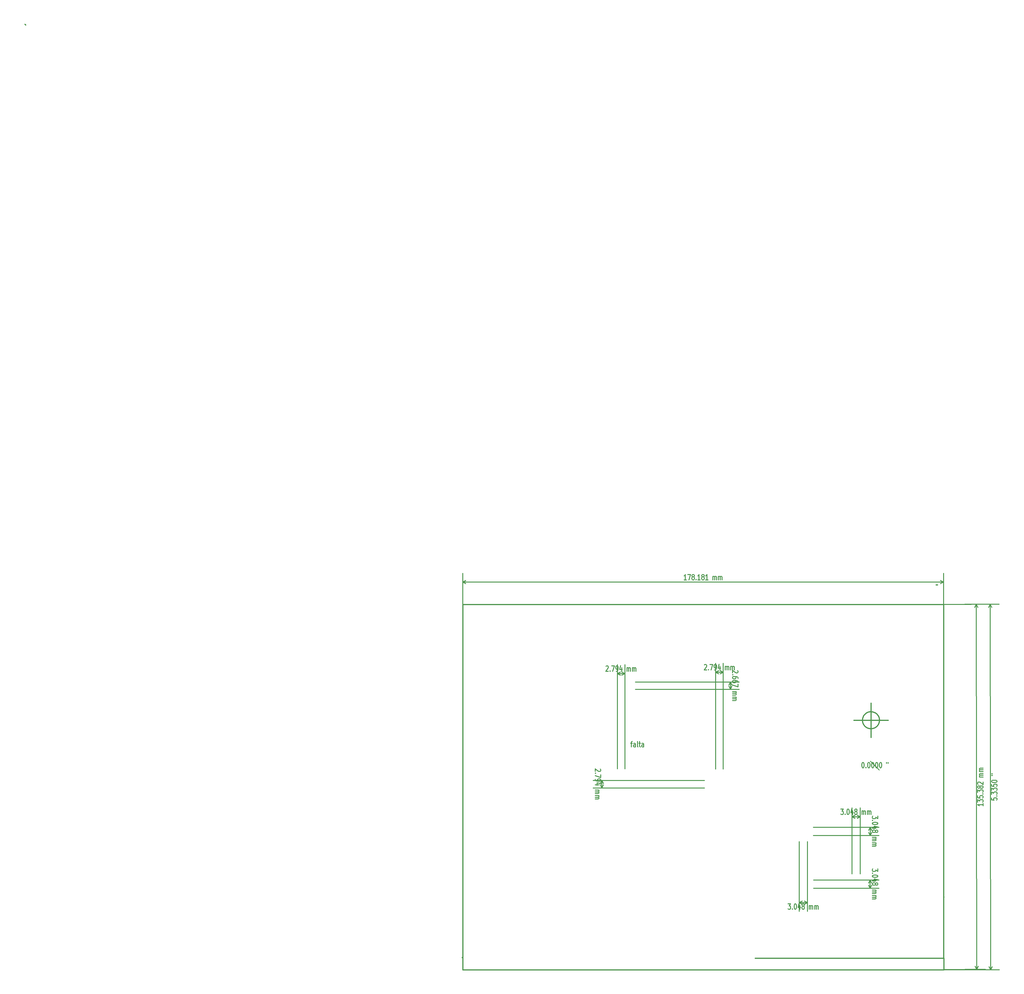
<source format=gbr>
G04 (created by PCBNEW-RS274X (2011-04-29 BZR 2986)-stable) date Mon 18 Jul 2011 10:00:06 AM COT*
G01*
G70*
G90*
%MOIN*%
G04 Gerber Fmt 3.4, Leading zero omitted, Abs format*
%FSLAX34Y34*%
G04 APERTURE LIST*
%ADD10C,0.006000*%
%ADD11C,0.012000*%
%ADD12C,0.015000*%
G04 APERTURE END LIST*
G54D10*
G54D11*
X110630Y-33772D02*
X110630Y-34115D01*
X110630Y-33943D02*
X109830Y-33943D01*
X109944Y-34000D01*
X110020Y-34058D01*
X110058Y-34115D01*
X109830Y-33572D02*
X109830Y-33201D01*
X110135Y-33401D01*
X110135Y-33315D01*
X110173Y-33258D01*
X110211Y-33229D01*
X110287Y-33201D01*
X110477Y-33201D01*
X110554Y-33229D01*
X110592Y-33258D01*
X110630Y-33315D01*
X110630Y-33487D01*
X110592Y-33544D01*
X110554Y-33572D01*
X109830Y-32658D02*
X109830Y-32944D01*
X110211Y-32973D01*
X110173Y-32944D01*
X110135Y-32887D01*
X110135Y-32744D01*
X110173Y-32687D01*
X110211Y-32658D01*
X110287Y-32630D01*
X110477Y-32630D01*
X110554Y-32658D01*
X110592Y-32687D01*
X110630Y-32744D01*
X110630Y-32887D01*
X110592Y-32944D01*
X110554Y-32973D01*
X110554Y-32373D02*
X110592Y-32345D01*
X110630Y-32373D01*
X110592Y-32402D01*
X110554Y-32373D01*
X110630Y-32373D01*
X109830Y-32144D02*
X109830Y-31773D01*
X110135Y-31973D01*
X110135Y-31887D01*
X110173Y-31830D01*
X110211Y-31801D01*
X110287Y-31773D01*
X110477Y-31773D01*
X110554Y-31801D01*
X110592Y-31830D01*
X110630Y-31887D01*
X110630Y-32059D01*
X110592Y-32116D01*
X110554Y-32144D01*
X110173Y-31430D02*
X110135Y-31488D01*
X110096Y-31516D01*
X110020Y-31545D01*
X109982Y-31545D01*
X109906Y-31516D01*
X109868Y-31488D01*
X109830Y-31430D01*
X109830Y-31316D01*
X109868Y-31259D01*
X109906Y-31230D01*
X109982Y-31202D01*
X110020Y-31202D01*
X110096Y-31230D01*
X110135Y-31259D01*
X110173Y-31316D01*
X110173Y-31430D01*
X110211Y-31488D01*
X110249Y-31516D01*
X110325Y-31545D01*
X110477Y-31545D01*
X110554Y-31516D01*
X110592Y-31488D01*
X110630Y-31430D01*
X110630Y-31316D01*
X110592Y-31259D01*
X110554Y-31230D01*
X110477Y-31202D01*
X110325Y-31202D01*
X110249Y-31230D01*
X110211Y-31259D01*
X110173Y-31316D01*
X109906Y-30974D02*
X109868Y-30945D01*
X109830Y-30888D01*
X109830Y-30745D01*
X109868Y-30688D01*
X109906Y-30659D01*
X109982Y-30631D01*
X110058Y-30631D01*
X110173Y-30659D01*
X110630Y-31002D01*
X110630Y-30631D01*
X110630Y-29917D02*
X110096Y-29917D01*
X110173Y-29917D02*
X110135Y-29889D01*
X110096Y-29831D01*
X110096Y-29746D01*
X110135Y-29689D01*
X110211Y-29660D01*
X110630Y-29660D01*
X110211Y-29660D02*
X110135Y-29631D01*
X110096Y-29574D01*
X110096Y-29489D01*
X110135Y-29431D01*
X110211Y-29403D01*
X110630Y-29403D01*
X110630Y-29117D02*
X110096Y-29117D01*
X110173Y-29117D02*
X110135Y-29089D01*
X110096Y-29031D01*
X110096Y-28946D01*
X110135Y-28889D01*
X110211Y-28860D01*
X110630Y-28860D01*
X110211Y-28860D02*
X110135Y-28831D01*
X110096Y-28774D01*
X110096Y-28689D01*
X110135Y-28631D01*
X110211Y-28603D01*
X110630Y-28603D01*
X109691Y-57996D02*
X109641Y-04696D01*
X104900Y-58000D02*
X110971Y-57995D01*
X104850Y-04700D02*
X110921Y-04695D01*
X109641Y-04696D02*
X109872Y-05139D01*
X109641Y-04696D02*
X109411Y-05139D01*
X109691Y-57996D02*
X109921Y-57553D01*
X109691Y-57996D02*
X109460Y-57553D01*
X111862Y-32966D02*
X111862Y-33252D01*
X112243Y-33281D01*
X112205Y-33252D01*
X112167Y-33195D01*
X112167Y-33052D01*
X112205Y-32995D01*
X112243Y-32966D01*
X112319Y-32938D01*
X112509Y-32938D01*
X112586Y-32966D01*
X112624Y-32995D01*
X112662Y-33052D01*
X112662Y-33195D01*
X112624Y-33252D01*
X112586Y-33281D01*
X112586Y-32681D02*
X112624Y-32653D01*
X112662Y-32681D01*
X112624Y-32710D01*
X112586Y-32681D01*
X112662Y-32681D01*
X111862Y-32452D02*
X111862Y-32081D01*
X112167Y-32281D01*
X112167Y-32195D01*
X112205Y-32138D01*
X112243Y-32109D01*
X112319Y-32081D01*
X112509Y-32081D01*
X112586Y-32109D01*
X112624Y-32138D01*
X112662Y-32195D01*
X112662Y-32367D01*
X112624Y-32424D01*
X112586Y-32452D01*
X111862Y-31881D02*
X111862Y-31510D01*
X112167Y-31710D01*
X112167Y-31624D01*
X112205Y-31567D01*
X112243Y-31538D01*
X112319Y-31510D01*
X112509Y-31510D01*
X112586Y-31538D01*
X112624Y-31567D01*
X112662Y-31624D01*
X112662Y-31796D01*
X112624Y-31853D01*
X112586Y-31881D01*
X111862Y-30967D02*
X111862Y-31253D01*
X112243Y-31282D01*
X112205Y-31253D01*
X112167Y-31196D01*
X112167Y-31053D01*
X112205Y-30996D01*
X112243Y-30967D01*
X112319Y-30939D01*
X112509Y-30939D01*
X112586Y-30967D01*
X112624Y-30996D01*
X112662Y-31053D01*
X112662Y-31196D01*
X112624Y-31253D01*
X112586Y-31282D01*
X111862Y-30568D02*
X111862Y-30511D01*
X111900Y-30454D01*
X111938Y-30425D01*
X112014Y-30396D01*
X112167Y-30368D01*
X112357Y-30368D01*
X112509Y-30396D01*
X112586Y-30425D01*
X112624Y-30454D01*
X112662Y-30511D01*
X112662Y-30568D01*
X112624Y-30625D01*
X112586Y-30654D01*
X112509Y-30682D01*
X112357Y-30711D01*
X112167Y-30711D01*
X112014Y-30682D01*
X111938Y-30654D01*
X111900Y-30625D01*
X111862Y-30568D01*
X111862Y-29683D02*
X112014Y-29683D01*
X111862Y-29454D02*
X112014Y-29454D01*
X111723Y-58044D02*
X111673Y-04694D01*
X104900Y-58050D02*
X113003Y-58043D01*
X104850Y-04700D02*
X112953Y-04693D01*
X111673Y-04694D02*
X111904Y-05137D01*
X111673Y-04694D02*
X111443Y-05137D01*
X111723Y-58044D02*
X111953Y-57601D01*
X111723Y-58044D02*
X111492Y-57601D01*
G54D12*
X34700Y-56250D02*
X34600Y-56250D01*
X34700Y-58050D02*
X34700Y-56250D01*
X104900Y-58050D02*
X104900Y-56350D01*
X34750Y-58050D02*
X104900Y-58050D01*
X34700Y-04700D02*
X35500Y-04700D01*
X34700Y-56350D02*
X34700Y-04700D01*
X104850Y-47400D02*
X104900Y-47400D01*
X104850Y-56300D02*
X104850Y-47400D01*
X104850Y-56350D02*
X104850Y-56300D01*
X77350Y-56350D02*
X104850Y-56350D01*
G54D11*
X67348Y-01134D02*
X67005Y-01134D01*
X67177Y-01134D02*
X67177Y-00334D01*
X67120Y-00448D01*
X67062Y-00524D01*
X67005Y-00562D01*
X67548Y-00334D02*
X67948Y-00334D01*
X67691Y-01134D01*
X68262Y-00677D02*
X68204Y-00639D01*
X68176Y-00600D01*
X68147Y-00524D01*
X68147Y-00486D01*
X68176Y-00410D01*
X68204Y-00372D01*
X68262Y-00334D01*
X68376Y-00334D01*
X68433Y-00372D01*
X68462Y-00410D01*
X68490Y-00486D01*
X68490Y-00524D01*
X68462Y-00600D01*
X68433Y-00639D01*
X68376Y-00677D01*
X68262Y-00677D01*
X68204Y-00715D01*
X68176Y-00753D01*
X68147Y-00829D01*
X68147Y-00981D01*
X68176Y-01058D01*
X68204Y-01096D01*
X68262Y-01134D01*
X68376Y-01134D01*
X68433Y-01096D01*
X68462Y-01058D01*
X68490Y-00981D01*
X68490Y-00829D01*
X68462Y-00753D01*
X68433Y-00715D01*
X68376Y-00677D01*
X68747Y-01058D02*
X68775Y-01096D01*
X68747Y-01134D01*
X68718Y-01096D01*
X68747Y-01058D01*
X68747Y-01134D01*
X69347Y-01134D02*
X69004Y-01134D01*
X69176Y-01134D02*
X69176Y-00334D01*
X69119Y-00448D01*
X69061Y-00524D01*
X69004Y-00562D01*
X69690Y-00677D02*
X69632Y-00639D01*
X69604Y-00600D01*
X69575Y-00524D01*
X69575Y-00486D01*
X69604Y-00410D01*
X69632Y-00372D01*
X69690Y-00334D01*
X69804Y-00334D01*
X69861Y-00372D01*
X69890Y-00410D01*
X69918Y-00486D01*
X69918Y-00524D01*
X69890Y-00600D01*
X69861Y-00639D01*
X69804Y-00677D01*
X69690Y-00677D01*
X69632Y-00715D01*
X69604Y-00753D01*
X69575Y-00829D01*
X69575Y-00981D01*
X69604Y-01058D01*
X69632Y-01096D01*
X69690Y-01134D01*
X69804Y-01134D01*
X69861Y-01096D01*
X69890Y-01058D01*
X69918Y-00981D01*
X69918Y-00829D01*
X69890Y-00753D01*
X69861Y-00715D01*
X69804Y-00677D01*
X70489Y-01134D02*
X70146Y-01134D01*
X70318Y-01134D02*
X70318Y-00334D01*
X70261Y-00448D01*
X70203Y-00524D01*
X70146Y-00562D01*
X71203Y-01134D02*
X71203Y-00600D01*
X71203Y-00677D02*
X71231Y-00639D01*
X71289Y-00600D01*
X71374Y-00600D01*
X71431Y-00639D01*
X71460Y-00715D01*
X71460Y-01134D01*
X71460Y-00715D02*
X71489Y-00639D01*
X71546Y-00600D01*
X71631Y-00600D01*
X71689Y-00639D01*
X71717Y-00715D01*
X71717Y-01134D01*
X72003Y-01134D02*
X72003Y-00600D01*
X72003Y-00677D02*
X72031Y-00639D01*
X72089Y-00600D01*
X72174Y-00600D01*
X72231Y-00639D01*
X72260Y-00715D01*
X72260Y-01134D01*
X72260Y-00715D02*
X72289Y-00639D01*
X72346Y-00600D01*
X72431Y-00600D01*
X72489Y-00639D01*
X72517Y-00715D01*
X72517Y-01134D01*
X104850Y-01450D02*
X34700Y-01450D01*
X104850Y-04750D02*
X104850Y-00170D01*
X34700Y-04750D02*
X34700Y-00170D01*
X34700Y-01450D02*
X35143Y-01220D01*
X34700Y-01450D02*
X35143Y-01680D01*
X104850Y-01450D02*
X104407Y-01220D01*
X104850Y-01450D02*
X104407Y-01680D01*
G54D12*
X34700Y-04700D02*
X35350Y-04700D01*
X104850Y-05450D02*
X104850Y-04850D01*
X104850Y-04700D02*
X104850Y-04850D01*
X35300Y-04700D02*
X104850Y-04700D01*
X104850Y-06850D02*
X104850Y-05350D01*
X104850Y-47550D02*
X104850Y-06550D01*
X103750Y-01850D02*
X103950Y-01850D01*
X95500Y-21600D02*
X95476Y-21842D01*
X95405Y-22076D01*
X95291Y-22291D01*
X95136Y-22480D01*
X94948Y-22636D01*
X94734Y-22752D01*
X94501Y-22824D01*
X94258Y-22849D01*
X94016Y-22827D01*
X93782Y-22758D01*
X93566Y-22645D01*
X93376Y-22493D01*
X93219Y-22306D01*
X93102Y-22092D01*
X93028Y-21859D01*
X93001Y-21617D01*
X93021Y-21375D01*
X93088Y-21140D01*
X93200Y-20923D01*
X93351Y-20732D01*
X93537Y-20574D01*
X93750Y-20455D01*
X93982Y-20380D01*
X94224Y-20351D01*
X94467Y-20369D01*
X94702Y-20435D01*
X94919Y-20545D01*
X95112Y-20695D01*
X95271Y-20880D01*
X95391Y-21092D01*
X95468Y-21324D01*
X95499Y-21566D01*
X95500Y-21600D01*
X91750Y-21600D02*
X96750Y-21600D01*
X94250Y-19100D02*
X94250Y-24100D01*
G54D11*
X93070Y-27764D02*
X93127Y-27764D01*
X93184Y-27802D01*
X93213Y-27840D01*
X93242Y-27916D01*
X93270Y-28069D01*
X93270Y-28259D01*
X93242Y-28411D01*
X93213Y-28488D01*
X93184Y-28526D01*
X93127Y-28564D01*
X93070Y-28564D01*
X93013Y-28526D01*
X92984Y-28488D01*
X92956Y-28411D01*
X92927Y-28259D01*
X92927Y-28069D01*
X92956Y-27916D01*
X92984Y-27840D01*
X93013Y-27802D01*
X93070Y-27764D01*
X93527Y-28488D02*
X93555Y-28526D01*
X93527Y-28564D01*
X93498Y-28526D01*
X93527Y-28488D01*
X93527Y-28564D01*
X93927Y-27764D02*
X93984Y-27764D01*
X94041Y-27802D01*
X94070Y-27840D01*
X94099Y-27916D01*
X94127Y-28069D01*
X94127Y-28259D01*
X94099Y-28411D01*
X94070Y-28488D01*
X94041Y-28526D01*
X93984Y-28564D01*
X93927Y-28564D01*
X93870Y-28526D01*
X93841Y-28488D01*
X93813Y-28411D01*
X93784Y-28259D01*
X93784Y-28069D01*
X93813Y-27916D01*
X93841Y-27840D01*
X93870Y-27802D01*
X93927Y-27764D01*
X94498Y-27764D02*
X94555Y-27764D01*
X94612Y-27802D01*
X94641Y-27840D01*
X94670Y-27916D01*
X94698Y-28069D01*
X94698Y-28259D01*
X94670Y-28411D01*
X94641Y-28488D01*
X94612Y-28526D01*
X94555Y-28564D01*
X94498Y-28564D01*
X94441Y-28526D01*
X94412Y-28488D01*
X94384Y-28411D01*
X94355Y-28259D01*
X94355Y-28069D01*
X94384Y-27916D01*
X94412Y-27840D01*
X94441Y-27802D01*
X94498Y-27764D01*
X95069Y-27764D02*
X95126Y-27764D01*
X95183Y-27802D01*
X95212Y-27840D01*
X95241Y-27916D01*
X95269Y-28069D01*
X95269Y-28259D01*
X95241Y-28411D01*
X95212Y-28488D01*
X95183Y-28526D01*
X95126Y-28564D01*
X95069Y-28564D01*
X95012Y-28526D01*
X94983Y-28488D01*
X94955Y-28411D01*
X94926Y-28259D01*
X94926Y-28069D01*
X94955Y-27916D01*
X94983Y-27840D01*
X95012Y-27802D01*
X95069Y-27764D01*
X95640Y-27764D02*
X95697Y-27764D01*
X95754Y-27802D01*
X95783Y-27840D01*
X95812Y-27916D01*
X95840Y-28069D01*
X95840Y-28259D01*
X95812Y-28411D01*
X95783Y-28488D01*
X95754Y-28526D01*
X95697Y-28564D01*
X95640Y-28564D01*
X95583Y-28526D01*
X95554Y-28488D01*
X95526Y-28411D01*
X95497Y-28259D01*
X95497Y-28069D01*
X95526Y-27916D01*
X95554Y-27840D01*
X95583Y-27802D01*
X95640Y-27764D01*
X96525Y-27764D02*
X96525Y-27916D01*
X96754Y-27764D02*
X96754Y-27916D01*
X94200Y-27600D02*
X94200Y-27600D01*
X94200Y-27600D02*
X95480Y-28880D01*
X94200Y-27600D02*
X95480Y-28880D01*
X94200Y-27600D02*
X94200Y-27600D01*
X94200Y-27600D02*
X94200Y-27600D01*
X94200Y-27600D02*
X94200Y-27600D01*
X94200Y-27600D02*
X94200Y-27600D01*
X59214Y-24990D02*
X59443Y-24990D01*
X59300Y-25524D02*
X59300Y-24838D01*
X59328Y-24762D01*
X59386Y-24724D01*
X59443Y-24724D01*
X59900Y-25524D02*
X59900Y-25105D01*
X59871Y-25029D01*
X59814Y-24990D01*
X59700Y-24990D01*
X59643Y-25029D01*
X59900Y-25486D02*
X59843Y-25524D01*
X59700Y-25524D01*
X59643Y-25486D01*
X59614Y-25410D01*
X59614Y-25333D01*
X59643Y-25257D01*
X59700Y-25219D01*
X59843Y-25219D01*
X59900Y-25181D01*
X60272Y-25524D02*
X60214Y-25486D01*
X60186Y-25410D01*
X60186Y-24724D01*
X60414Y-24990D02*
X60643Y-24990D01*
X60500Y-24724D02*
X60500Y-25410D01*
X60528Y-25486D01*
X60586Y-25524D01*
X60643Y-25524D01*
X61100Y-25524D02*
X61100Y-25105D01*
X61071Y-25029D01*
X61014Y-24990D01*
X60900Y-24990D01*
X60843Y-25029D01*
X61100Y-25486D02*
X61043Y-25524D01*
X60900Y-25524D01*
X60843Y-25486D01*
X60814Y-25410D01*
X60814Y-25333D01*
X60843Y-25257D01*
X60900Y-25219D01*
X61043Y-25219D01*
X61100Y-25181D01*
X89873Y-34585D02*
X90244Y-34585D01*
X90044Y-34890D01*
X90130Y-34890D01*
X90187Y-34928D01*
X90216Y-34966D01*
X90244Y-35042D01*
X90244Y-35232D01*
X90216Y-35309D01*
X90187Y-35347D01*
X90130Y-35385D01*
X89958Y-35385D01*
X89901Y-35347D01*
X89873Y-35309D01*
X90501Y-35309D02*
X90529Y-35347D01*
X90501Y-35385D01*
X90472Y-35347D01*
X90501Y-35309D01*
X90501Y-35385D01*
X90901Y-34585D02*
X90958Y-34585D01*
X91015Y-34623D01*
X91044Y-34661D01*
X91073Y-34737D01*
X91101Y-34890D01*
X91101Y-35080D01*
X91073Y-35232D01*
X91044Y-35309D01*
X91015Y-35347D01*
X90958Y-35385D01*
X90901Y-35385D01*
X90844Y-35347D01*
X90815Y-35309D01*
X90787Y-35232D01*
X90758Y-35080D01*
X90758Y-34890D01*
X90787Y-34737D01*
X90815Y-34661D01*
X90844Y-34623D01*
X90901Y-34585D01*
X91615Y-34851D02*
X91615Y-35385D01*
X91472Y-34547D02*
X91329Y-35118D01*
X91701Y-35118D01*
X92015Y-34928D02*
X91957Y-34890D01*
X91929Y-34851D01*
X91900Y-34775D01*
X91900Y-34737D01*
X91929Y-34661D01*
X91957Y-34623D01*
X92015Y-34585D01*
X92129Y-34585D01*
X92186Y-34623D01*
X92215Y-34661D01*
X92243Y-34737D01*
X92243Y-34775D01*
X92215Y-34851D01*
X92186Y-34890D01*
X92129Y-34928D01*
X92015Y-34928D01*
X91957Y-34966D01*
X91929Y-35004D01*
X91900Y-35080D01*
X91900Y-35232D01*
X91929Y-35309D01*
X91957Y-35347D01*
X92015Y-35385D01*
X92129Y-35385D01*
X92186Y-35347D01*
X92215Y-35309D01*
X92243Y-35232D01*
X92243Y-35080D01*
X92215Y-35004D01*
X92186Y-34966D01*
X92129Y-34928D01*
X92957Y-35385D02*
X92957Y-34851D01*
X92957Y-34928D02*
X92985Y-34890D01*
X93043Y-34851D01*
X93128Y-34851D01*
X93185Y-34890D01*
X93214Y-34966D01*
X93214Y-35385D01*
X93214Y-34966D02*
X93243Y-34890D01*
X93300Y-34851D01*
X93385Y-34851D01*
X93443Y-34890D01*
X93471Y-34966D01*
X93471Y-35385D01*
X93757Y-35385D02*
X93757Y-34851D01*
X93757Y-34928D02*
X93785Y-34890D01*
X93843Y-34851D01*
X93928Y-34851D01*
X93985Y-34890D01*
X94014Y-34966D01*
X94014Y-35385D01*
X94014Y-34966D02*
X94043Y-34890D01*
X94100Y-34851D01*
X94185Y-34851D01*
X94243Y-34890D01*
X94271Y-34966D01*
X94271Y-35385D01*
X91500Y-35701D02*
X92700Y-35701D01*
X91500Y-44050D02*
X91500Y-34421D01*
X92700Y-44050D02*
X92700Y-34421D01*
X92700Y-35701D02*
X92257Y-35931D01*
X92700Y-35701D02*
X92257Y-35471D01*
X91500Y-35701D02*
X91943Y-35931D01*
X91500Y-35701D02*
X91943Y-35471D01*
X95266Y-35623D02*
X95266Y-35994D01*
X94961Y-35794D01*
X94961Y-35880D01*
X94923Y-35937D01*
X94885Y-35966D01*
X94809Y-35994D01*
X94619Y-35994D01*
X94542Y-35966D01*
X94504Y-35937D01*
X94466Y-35880D01*
X94466Y-35708D01*
X94504Y-35651D01*
X94542Y-35623D01*
X94542Y-36251D02*
X94504Y-36279D01*
X94466Y-36251D01*
X94504Y-36222D01*
X94542Y-36251D01*
X94466Y-36251D01*
X95266Y-36651D02*
X95266Y-36708D01*
X95228Y-36765D01*
X95190Y-36794D01*
X95114Y-36823D01*
X94961Y-36851D01*
X94771Y-36851D01*
X94619Y-36823D01*
X94542Y-36794D01*
X94504Y-36765D01*
X94466Y-36708D01*
X94466Y-36651D01*
X94504Y-36594D01*
X94542Y-36565D01*
X94619Y-36537D01*
X94771Y-36508D01*
X94961Y-36508D01*
X95114Y-36537D01*
X95190Y-36565D01*
X95228Y-36594D01*
X95266Y-36651D01*
X95000Y-37365D02*
X94466Y-37365D01*
X95304Y-37222D02*
X94733Y-37079D01*
X94733Y-37451D01*
X94923Y-37765D02*
X94961Y-37707D01*
X95000Y-37679D01*
X95076Y-37650D01*
X95114Y-37650D01*
X95190Y-37679D01*
X95228Y-37707D01*
X95266Y-37765D01*
X95266Y-37879D01*
X95228Y-37936D01*
X95190Y-37965D01*
X95114Y-37993D01*
X95076Y-37993D01*
X95000Y-37965D01*
X94961Y-37936D01*
X94923Y-37879D01*
X94923Y-37765D01*
X94885Y-37707D01*
X94847Y-37679D01*
X94771Y-37650D01*
X94619Y-37650D01*
X94542Y-37679D01*
X94504Y-37707D01*
X94466Y-37765D01*
X94466Y-37879D01*
X94504Y-37936D01*
X94542Y-37965D01*
X94619Y-37993D01*
X94771Y-37993D01*
X94847Y-37965D01*
X94885Y-37936D01*
X94923Y-37879D01*
X94466Y-38707D02*
X95000Y-38707D01*
X94923Y-38707D02*
X94961Y-38735D01*
X95000Y-38793D01*
X95000Y-38878D01*
X94961Y-38935D01*
X94885Y-38964D01*
X94466Y-38964D01*
X94885Y-38964D02*
X94961Y-38993D01*
X95000Y-39050D01*
X95000Y-39135D01*
X94961Y-39193D01*
X94885Y-39221D01*
X94466Y-39221D01*
X94466Y-39507D02*
X95000Y-39507D01*
X94923Y-39507D02*
X94961Y-39535D01*
X95000Y-39593D01*
X95000Y-39678D01*
X94961Y-39735D01*
X94885Y-39764D01*
X94466Y-39764D01*
X94885Y-39764D02*
X94961Y-39793D01*
X95000Y-39850D01*
X95000Y-39935D01*
X94961Y-39993D01*
X94885Y-40021D01*
X94466Y-40021D01*
X94150Y-38450D02*
X94150Y-37250D01*
X85850Y-38450D02*
X95430Y-38450D01*
X85850Y-37250D02*
X95430Y-37250D01*
X94150Y-37250D02*
X94380Y-37693D01*
X94150Y-37250D02*
X93920Y-37693D01*
X94150Y-38450D02*
X94380Y-38007D01*
X94150Y-38450D02*
X93920Y-38007D01*
X95265Y-43323D02*
X95265Y-43694D01*
X94960Y-43494D01*
X94960Y-43580D01*
X94922Y-43637D01*
X94884Y-43666D01*
X94808Y-43694D01*
X94618Y-43694D01*
X94541Y-43666D01*
X94503Y-43637D01*
X94465Y-43580D01*
X94465Y-43408D01*
X94503Y-43351D01*
X94541Y-43323D01*
X94541Y-43951D02*
X94503Y-43979D01*
X94465Y-43951D01*
X94503Y-43922D01*
X94541Y-43951D01*
X94465Y-43951D01*
X95265Y-44351D02*
X95265Y-44408D01*
X95227Y-44465D01*
X95189Y-44494D01*
X95113Y-44523D01*
X94960Y-44551D01*
X94770Y-44551D01*
X94618Y-44523D01*
X94541Y-44494D01*
X94503Y-44465D01*
X94465Y-44408D01*
X94465Y-44351D01*
X94503Y-44294D01*
X94541Y-44265D01*
X94618Y-44237D01*
X94770Y-44208D01*
X94960Y-44208D01*
X95113Y-44237D01*
X95189Y-44265D01*
X95227Y-44294D01*
X95265Y-44351D01*
X94999Y-45065D02*
X94465Y-45065D01*
X95303Y-44922D02*
X94732Y-44779D01*
X94732Y-45151D01*
X94922Y-45465D02*
X94960Y-45407D01*
X94999Y-45379D01*
X95075Y-45350D01*
X95113Y-45350D01*
X95189Y-45379D01*
X95227Y-45407D01*
X95265Y-45465D01*
X95265Y-45579D01*
X95227Y-45636D01*
X95189Y-45665D01*
X95113Y-45693D01*
X95075Y-45693D01*
X94999Y-45665D01*
X94960Y-45636D01*
X94922Y-45579D01*
X94922Y-45465D01*
X94884Y-45407D01*
X94846Y-45379D01*
X94770Y-45350D01*
X94618Y-45350D01*
X94541Y-45379D01*
X94503Y-45407D01*
X94465Y-45465D01*
X94465Y-45579D01*
X94503Y-45636D01*
X94541Y-45665D01*
X94618Y-45693D01*
X94770Y-45693D01*
X94846Y-45665D01*
X94884Y-45636D01*
X94922Y-45579D01*
X94465Y-46407D02*
X94999Y-46407D01*
X94922Y-46407D02*
X94960Y-46435D01*
X94999Y-46493D01*
X94999Y-46578D01*
X94960Y-46635D01*
X94884Y-46664D01*
X94465Y-46664D01*
X94884Y-46664D02*
X94960Y-46693D01*
X94999Y-46750D01*
X94999Y-46835D01*
X94960Y-46893D01*
X94884Y-46921D01*
X94465Y-46921D01*
X94465Y-47207D02*
X94999Y-47207D01*
X94922Y-47207D02*
X94960Y-47235D01*
X94999Y-47293D01*
X94999Y-47378D01*
X94960Y-47435D01*
X94884Y-47464D01*
X94465Y-47464D01*
X94884Y-47464D02*
X94960Y-47493D01*
X94999Y-47550D01*
X94999Y-47635D01*
X94960Y-47693D01*
X94884Y-47721D01*
X94465Y-47721D01*
X94149Y-44950D02*
X94149Y-46150D01*
X85900Y-44950D02*
X95429Y-44950D01*
X85900Y-46150D02*
X95429Y-46150D01*
X94149Y-46150D02*
X93919Y-45707D01*
X94149Y-46150D02*
X94379Y-45707D01*
X94149Y-44950D02*
X93919Y-45393D01*
X94149Y-44950D02*
X94379Y-45393D01*
X82173Y-48413D02*
X82544Y-48413D01*
X82344Y-48718D01*
X82430Y-48718D01*
X82487Y-48756D01*
X82516Y-48794D01*
X82544Y-48870D01*
X82544Y-49060D01*
X82516Y-49137D01*
X82487Y-49175D01*
X82430Y-49213D01*
X82258Y-49213D01*
X82201Y-49175D01*
X82173Y-49137D01*
X82801Y-49137D02*
X82829Y-49175D01*
X82801Y-49213D01*
X82772Y-49175D01*
X82801Y-49137D01*
X82801Y-49213D01*
X83201Y-48413D02*
X83258Y-48413D01*
X83315Y-48451D01*
X83344Y-48489D01*
X83373Y-48565D01*
X83401Y-48718D01*
X83401Y-48908D01*
X83373Y-49060D01*
X83344Y-49137D01*
X83315Y-49175D01*
X83258Y-49213D01*
X83201Y-49213D01*
X83144Y-49175D01*
X83115Y-49137D01*
X83087Y-49060D01*
X83058Y-48908D01*
X83058Y-48718D01*
X83087Y-48565D01*
X83115Y-48489D01*
X83144Y-48451D01*
X83201Y-48413D01*
X83915Y-48679D02*
X83915Y-49213D01*
X83772Y-48375D02*
X83629Y-48946D01*
X84001Y-48946D01*
X84315Y-48756D02*
X84257Y-48718D01*
X84229Y-48679D01*
X84200Y-48603D01*
X84200Y-48565D01*
X84229Y-48489D01*
X84257Y-48451D01*
X84315Y-48413D01*
X84429Y-48413D01*
X84486Y-48451D01*
X84515Y-48489D01*
X84543Y-48565D01*
X84543Y-48603D01*
X84515Y-48679D01*
X84486Y-48718D01*
X84429Y-48756D01*
X84315Y-48756D01*
X84257Y-48794D01*
X84229Y-48832D01*
X84200Y-48908D01*
X84200Y-49060D01*
X84229Y-49137D01*
X84257Y-49175D01*
X84315Y-49213D01*
X84429Y-49213D01*
X84486Y-49175D01*
X84515Y-49137D01*
X84543Y-49060D01*
X84543Y-48908D01*
X84515Y-48832D01*
X84486Y-48794D01*
X84429Y-48756D01*
X85257Y-49213D02*
X85257Y-48679D01*
X85257Y-48756D02*
X85285Y-48718D01*
X85343Y-48679D01*
X85428Y-48679D01*
X85485Y-48718D01*
X85514Y-48794D01*
X85514Y-49213D01*
X85514Y-48794D02*
X85543Y-48718D01*
X85600Y-48679D01*
X85685Y-48679D01*
X85743Y-48718D01*
X85771Y-48794D01*
X85771Y-49213D01*
X86057Y-49213D02*
X86057Y-48679D01*
X86057Y-48756D02*
X86085Y-48718D01*
X86143Y-48679D01*
X86228Y-48679D01*
X86285Y-48718D01*
X86314Y-48794D01*
X86314Y-49213D01*
X86314Y-48794D02*
X86343Y-48718D01*
X86400Y-48679D01*
X86485Y-48679D01*
X86543Y-48718D01*
X86571Y-48794D01*
X86571Y-49213D01*
X85000Y-48249D02*
X83800Y-48249D01*
X85000Y-39350D02*
X85000Y-49529D01*
X83800Y-39350D02*
X83800Y-49529D01*
X83800Y-48249D02*
X84243Y-48019D01*
X83800Y-48249D02*
X84243Y-48479D01*
X85000Y-48249D02*
X84557Y-48019D01*
X85000Y-48249D02*
X84557Y-48479D01*
X54761Y-28751D02*
X54799Y-28780D01*
X54837Y-28837D01*
X54837Y-28980D01*
X54799Y-29037D01*
X54761Y-29066D01*
X54685Y-29094D01*
X54609Y-29094D01*
X54494Y-29066D01*
X54037Y-28723D01*
X54037Y-29094D01*
X54113Y-29351D02*
X54075Y-29379D01*
X54037Y-29351D01*
X54075Y-29322D01*
X54113Y-29351D01*
X54037Y-29351D01*
X54837Y-29580D02*
X54837Y-29980D01*
X54037Y-29723D01*
X54037Y-30236D02*
X54037Y-30351D01*
X54075Y-30408D01*
X54113Y-30436D01*
X54228Y-30494D01*
X54380Y-30522D01*
X54685Y-30522D01*
X54761Y-30494D01*
X54799Y-30465D01*
X54837Y-30408D01*
X54837Y-30294D01*
X54799Y-30236D01*
X54761Y-30208D01*
X54685Y-30179D01*
X54494Y-30179D01*
X54418Y-30208D01*
X54380Y-30236D01*
X54342Y-30294D01*
X54342Y-30408D01*
X54380Y-30465D01*
X54418Y-30494D01*
X54494Y-30522D01*
X54571Y-31036D02*
X54037Y-31036D01*
X54875Y-30893D02*
X54304Y-30750D01*
X54304Y-31122D01*
X54037Y-31807D02*
X54571Y-31807D01*
X54494Y-31807D02*
X54532Y-31835D01*
X54571Y-31893D01*
X54571Y-31978D01*
X54532Y-32035D01*
X54456Y-32064D01*
X54037Y-32064D01*
X54456Y-32064D02*
X54532Y-32093D01*
X54571Y-32150D01*
X54571Y-32235D01*
X54532Y-32293D01*
X54456Y-32321D01*
X54037Y-32321D01*
X54037Y-32607D02*
X54571Y-32607D01*
X54494Y-32607D02*
X54532Y-32635D01*
X54571Y-32693D01*
X54571Y-32778D01*
X54532Y-32835D01*
X54456Y-32864D01*
X54037Y-32864D01*
X54456Y-32864D02*
X54532Y-32893D01*
X54571Y-32950D01*
X54571Y-33035D01*
X54532Y-33093D01*
X54456Y-33121D01*
X54037Y-33121D01*
X55001Y-30400D02*
X55001Y-31500D01*
X69950Y-30400D02*
X53721Y-30400D01*
X69950Y-31500D02*
X53721Y-31500D01*
X55001Y-31500D02*
X54771Y-31057D01*
X55001Y-31500D02*
X55231Y-31057D01*
X55001Y-30400D02*
X54771Y-30843D01*
X55001Y-30400D02*
X55231Y-30843D01*
X55601Y-13761D02*
X55630Y-13723D01*
X55687Y-13685D01*
X55830Y-13685D01*
X55887Y-13723D01*
X55916Y-13761D01*
X55944Y-13837D01*
X55944Y-13913D01*
X55916Y-14028D01*
X55573Y-14485D01*
X55944Y-14485D01*
X56201Y-14409D02*
X56229Y-14447D01*
X56201Y-14485D01*
X56172Y-14447D01*
X56201Y-14409D01*
X56201Y-14485D01*
X56430Y-13685D02*
X56830Y-13685D01*
X56573Y-14485D01*
X57086Y-14485D02*
X57201Y-14485D01*
X57258Y-14447D01*
X57286Y-14409D01*
X57344Y-14294D01*
X57372Y-14142D01*
X57372Y-13837D01*
X57344Y-13761D01*
X57315Y-13723D01*
X57258Y-13685D01*
X57144Y-13685D01*
X57086Y-13723D01*
X57058Y-13761D01*
X57029Y-13837D01*
X57029Y-14028D01*
X57058Y-14104D01*
X57086Y-14142D01*
X57144Y-14180D01*
X57258Y-14180D01*
X57315Y-14142D01*
X57344Y-14104D01*
X57372Y-14028D01*
X57886Y-13951D02*
X57886Y-14485D01*
X57743Y-13647D02*
X57600Y-14218D01*
X57972Y-14218D01*
X58657Y-14485D02*
X58657Y-13951D01*
X58657Y-14028D02*
X58685Y-13990D01*
X58743Y-13951D01*
X58828Y-13951D01*
X58885Y-13990D01*
X58914Y-14066D01*
X58914Y-14485D01*
X58914Y-14066D02*
X58943Y-13990D01*
X59000Y-13951D01*
X59085Y-13951D01*
X59143Y-13990D01*
X59171Y-14066D01*
X59171Y-14485D01*
X59457Y-14485D02*
X59457Y-13951D01*
X59457Y-14028D02*
X59485Y-13990D01*
X59543Y-13951D01*
X59628Y-13951D01*
X59685Y-13990D01*
X59714Y-14066D01*
X59714Y-14485D01*
X59714Y-14066D02*
X59743Y-13990D01*
X59800Y-13951D01*
X59885Y-13951D01*
X59943Y-13990D01*
X59971Y-14066D01*
X59971Y-14485D01*
X58350Y-14801D02*
X57250Y-14801D01*
X58350Y-28700D02*
X58350Y-13521D01*
X57250Y-28700D02*
X57250Y-13521D01*
X57250Y-14801D02*
X57693Y-14571D01*
X57250Y-14801D02*
X57693Y-15031D01*
X58350Y-14801D02*
X57907Y-14571D01*
X58350Y-14801D02*
X57907Y-15031D01*
X74790Y-14376D02*
X74828Y-14405D01*
X74866Y-14462D01*
X74866Y-14605D01*
X74828Y-14662D01*
X74790Y-14691D01*
X74714Y-14719D01*
X74638Y-14719D01*
X74523Y-14691D01*
X74066Y-14348D01*
X74066Y-14719D01*
X74142Y-14976D02*
X74104Y-15004D01*
X74066Y-14976D01*
X74104Y-14947D01*
X74142Y-14976D01*
X74066Y-14976D01*
X74866Y-15519D02*
X74866Y-15405D01*
X74828Y-15348D01*
X74790Y-15319D01*
X74676Y-15262D01*
X74523Y-15233D01*
X74219Y-15233D01*
X74142Y-15262D01*
X74104Y-15290D01*
X74066Y-15348D01*
X74066Y-15462D01*
X74104Y-15519D01*
X74142Y-15548D01*
X74219Y-15576D01*
X74409Y-15576D01*
X74485Y-15548D01*
X74523Y-15519D01*
X74561Y-15462D01*
X74561Y-15348D01*
X74523Y-15290D01*
X74485Y-15262D01*
X74409Y-15233D01*
X74866Y-16090D02*
X74866Y-15976D01*
X74828Y-15919D01*
X74790Y-15890D01*
X74676Y-15833D01*
X74523Y-15804D01*
X74219Y-15804D01*
X74142Y-15833D01*
X74104Y-15861D01*
X74066Y-15919D01*
X74066Y-16033D01*
X74104Y-16090D01*
X74142Y-16119D01*
X74219Y-16147D01*
X74409Y-16147D01*
X74485Y-16119D01*
X74523Y-16090D01*
X74561Y-16033D01*
X74561Y-15919D01*
X74523Y-15861D01*
X74485Y-15833D01*
X74409Y-15804D01*
X74866Y-16347D02*
X74866Y-16747D01*
X74066Y-16490D01*
X74066Y-17432D02*
X74600Y-17432D01*
X74523Y-17432D02*
X74561Y-17460D01*
X74600Y-17518D01*
X74600Y-17603D01*
X74561Y-17660D01*
X74485Y-17689D01*
X74066Y-17689D01*
X74485Y-17689D02*
X74561Y-17718D01*
X74600Y-17775D01*
X74600Y-17860D01*
X74561Y-17918D01*
X74485Y-17946D01*
X74066Y-17946D01*
X74066Y-18232D02*
X74600Y-18232D01*
X74523Y-18232D02*
X74561Y-18260D01*
X74600Y-18318D01*
X74600Y-18403D01*
X74561Y-18460D01*
X74485Y-18489D01*
X74066Y-18489D01*
X74485Y-18489D02*
X74561Y-18518D01*
X74600Y-18575D01*
X74600Y-18660D01*
X74561Y-18718D01*
X74485Y-18746D01*
X74066Y-18746D01*
X73750Y-17100D02*
X73750Y-16050D01*
X59900Y-17100D02*
X75030Y-17100D01*
X59900Y-16050D02*
X75030Y-16050D01*
X73750Y-16050D02*
X73980Y-16493D01*
X73750Y-16050D02*
X73520Y-16493D01*
X73750Y-17100D02*
X73980Y-16657D01*
X73750Y-17100D02*
X73520Y-16657D01*
X69951Y-13561D02*
X69980Y-13523D01*
X70037Y-13485D01*
X70180Y-13485D01*
X70237Y-13523D01*
X70266Y-13561D01*
X70294Y-13637D01*
X70294Y-13713D01*
X70266Y-13828D01*
X69923Y-14285D01*
X70294Y-14285D01*
X70551Y-14209D02*
X70579Y-14247D01*
X70551Y-14285D01*
X70522Y-14247D01*
X70551Y-14209D01*
X70551Y-14285D01*
X70780Y-13485D02*
X71180Y-13485D01*
X70923Y-14285D01*
X71436Y-14285D02*
X71551Y-14285D01*
X71608Y-14247D01*
X71636Y-14209D01*
X71694Y-14094D01*
X71722Y-13942D01*
X71722Y-13637D01*
X71694Y-13561D01*
X71665Y-13523D01*
X71608Y-13485D01*
X71494Y-13485D01*
X71436Y-13523D01*
X71408Y-13561D01*
X71379Y-13637D01*
X71379Y-13828D01*
X71408Y-13904D01*
X71436Y-13942D01*
X71494Y-13980D01*
X71608Y-13980D01*
X71665Y-13942D01*
X71694Y-13904D01*
X71722Y-13828D01*
X72236Y-13751D02*
X72236Y-14285D01*
X72093Y-13447D02*
X71950Y-14018D01*
X72322Y-14018D01*
X73007Y-14285D02*
X73007Y-13751D01*
X73007Y-13828D02*
X73035Y-13790D01*
X73093Y-13751D01*
X73178Y-13751D01*
X73235Y-13790D01*
X73264Y-13866D01*
X73264Y-14285D01*
X73264Y-13866D02*
X73293Y-13790D01*
X73350Y-13751D01*
X73435Y-13751D01*
X73493Y-13790D01*
X73521Y-13866D01*
X73521Y-14285D01*
X73807Y-14285D02*
X73807Y-13751D01*
X73807Y-13828D02*
X73835Y-13790D01*
X73893Y-13751D01*
X73978Y-13751D01*
X74035Y-13790D01*
X74064Y-13866D01*
X74064Y-14285D01*
X74064Y-13866D02*
X74093Y-13790D01*
X74150Y-13751D01*
X74235Y-13751D01*
X74293Y-13790D01*
X74321Y-13866D01*
X74321Y-14285D01*
X71600Y-14601D02*
X72700Y-14601D01*
X71600Y-28750D02*
X71600Y-13321D01*
X72700Y-28750D02*
X72700Y-13321D01*
X72700Y-14601D02*
X72257Y-14831D01*
X72700Y-14601D02*
X72257Y-14371D01*
X71600Y-14601D02*
X72043Y-14831D01*
X71600Y-14601D02*
X72043Y-14371D01*
G54D12*
X-29200Y80000D02*
X-29100Y79900D01*
M02*

</source>
